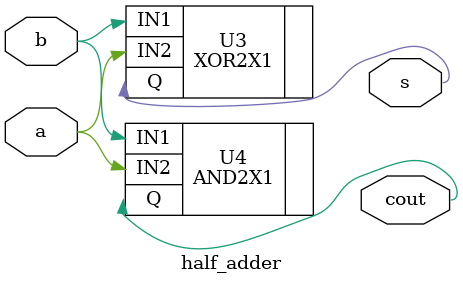
<source format=v>


module half_adder ( a, b, s, cout );
  input a, b;
  output s, cout;


  XOR2X1 U3 ( .IN1(b), .IN2(a), .Q(s) );
  AND2X1 U4 ( .IN1(b), .IN2(a), .Q(cout) );
endmodule


</source>
